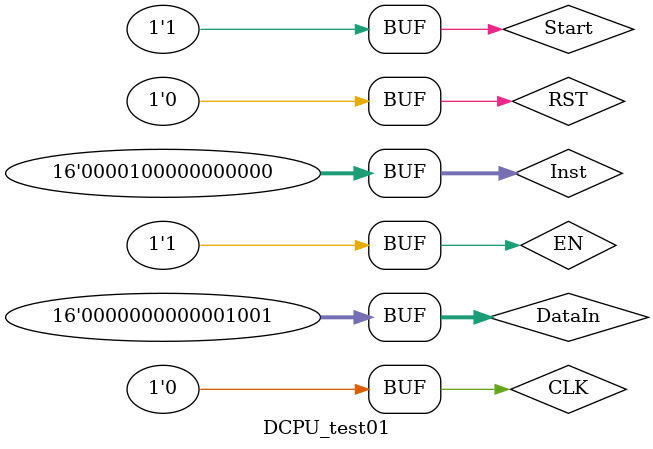
<source format=v>
`timescale 1ns / 1ps


module DCPU_test01;

  // === Instruction Definitions ===
  // General
  `define NOP   5'b00000
  `define HALT  5'b00001
  // Data Transfer
  `define LOAD  5'b00010
  `define STORE 5'b00011
  // Arithmetic
  `define CMP   5'b00100
  // Control
  `define BE    5'b00101
  `define JUMP  5'b00110
  `define JMPR  5'b00111
  `define BZ    5'b01000
  `define BNZ   5'b01001
  `define BN    5'b01010
  `define BNN   5'b01011
  `define BC    5'b01100
  `define BNC   5'b01101
  `define BB    5'b01110
  `define BS    5'b01111
  // Arithmetic
  `define ADD   5'b10000
  `define ADDI  5'b10001
  `define ADDC  5'b10010
  `define SUB   5'b10011
  `define SUBI  5'b10100
  `define SUBB  5'b10101
  `define INC   5'b10110
  // Data Transfer
  `define LDIL  5'b10111
  `define LDIH  5'b11000
  // Logic
  `define XOR   5'b11001
  `define AND   5'b11010
  `define OR    5'b11011
  // Shift
  `define SLL   5'b11100
  `define SLA   5'b11101
  `define SRL   5'b11110
  `define SRA   5'b11111
  
  // === General Registers ===
  `define AR0 3'h0
  `define BR0 4'h0
  `define AR1 3'h1
  `define BR1 4'h1
  `define AR2 3'h2
  `define BR2 4'h2
  `define AR3 3'h3
  `define BR3 4'h3
  `define AR4 3'h4
  `define BR4 4'h4
  `define AR5 3'h5
  `define BR5 4'h5
  `define AR6 3'h6
  `define BR6 4'h6
  `define AR7 3'h7
  `define BR7 4'h7
  

	// Inputs
	reg CLK;
	reg RST;
	reg EN;
	reg Start;
	reg [15:0] Inst;
	reg [15:0] DataIn;

	// Outputs
	wire [7:0] InstMemAddr;
	wire [7:0] DataMemAddr;
	wire DataMemWE;
	wire [15:0] DataOut;

	// Instantiate the Unit Under Test (UUT)
	DCPU uut (
		.CLK(CLK), 
		.RST(RST), 
		.EN(EN), 
		.Start(Start), 
		.InstMemAddr(InstMemAddr), 
		.Inst(Inst), 
		.DataMemAddr(DataMemAddr), 
		.DataIn(DataIn), 
		.DataMemWE(DataMemWE), 
		.DataOut(DataOut)
	);

	initial begin
		// Initialize Inputs
		CLK = 0;
		RST = 0;
		EN = 0;
		Start = 0;
		Inst = 0;
		DataIn = 0;

		// Global reset
    #100;
    RST <= 1'b1;
    #100;
    RST <= 1'b0;
    #100;
    EN    <= 1'b1;
    Start <= 1'b1;
    #100;
    Inst <= {`NOP,   3'h0, 4'h0, 4'h0}; #10; CLK <= 1; #10; CLK <= 0;
    //Inst <= {`NOP,   3'h0, 4'h0, 4'h0}; #10; CLK <= 1; #10; CLK <= 0;
    $display("CLK:InstMemAddr:Inst:DataMemAddr:DataIn:DataMemWE:DataOut");
    
		// Monitor configuration
    $monitor("%b  :%h         :%h:%h         :%h  :%b        :%h   ",
             uut.CLK,
             uut.InstMemAddr,
             uut.Inst,
             uut.DataMemAddr,
             uut.DataIn,
             uut.DataMemWE,
             uut.DataOut);
    
    // Test banch
    DataIn <= 16'h9; // DataMem[0x0000] == 0x0009
    Inst <= {`LOAD,  `AR0, `BR0, 4'h0}; #10; CLK <= 1; #10; CLK <= 0; // 0x0000 (D-Hazard)
    Inst <= {`LDIL,  `AR1, 4'h0, 4'h2}; #10; CLK <= 1; #10; CLK <= 0; // 0x0001 (D-Hazard)
    Inst <= {`ADD,   `AR5, `BR0, `BR1}; #10; CLK <= 1; #10; CLK <= 0; // 0x0002 
    Inst <= {`JUMP,  `AR0, 4'h2, 4'h0}; #10; CLK <= 1; #10; CLK <= 0; // 0x0003 (C-Hazard)
    Inst <= {`SUB,   `AR0, `BR0, `BR1}; #10; CLK <= 1; #10; CLK <= 0; // 0x0004 (Unexpected
    Inst <= {`SUB,   `AR0, `BR0, `BR1}; #10; CLK <= 1; #10; CLK <= 0; // 0x0005 Inst loaded
    Inst <= {`SUB,   `AR0, `BR0, `BR1}; #10; CLK <= 1; #10; CLK <= 0; // 0x0006 into CPU)
    
    Inst <= {`ADD,   `AR0, `BR0, `BR1}; #10; CLK <= 1; #10; CLK <= 0; // 0x0020 (Branched)
    Inst <= {`STORE, `AR5, `BR2, 4'h0}; #10; CLK <= 1; #10; CLK <= 0; // 0x0021
    Inst <= {`STORE, `AR0, `BR2, 4'h1}; #10; CLK <= 1; #10; CLK <= 0; // 0x0022
    Inst <= {`NOP,   3'h0, 4'h0, 4'h0}; #10; CLK <= 1; #10; CLK <= 0; // 0x0023
    Inst <= {`NOP,   3'h0, 4'h0, 4'h0}; #10; CLK <= 1; #10; CLK <= 0; // 0x0024
    Inst <= {`NOP,   3'h0, 4'h0, 4'h0}; #10; CLK <= 1; #10; CLK <= 0; // 0x0025
    Inst <= {`NOP,   3'h0, 4'h0, 4'h0}; #10; CLK <= 1; #10; CLK <= 0; // 0x0026
    Inst <= {`NOP,   3'h0, 4'h0, 4'h0}; #10; CLK <= 1; #10; CLK <= 0; // 0x0027
    Inst <= {`HALT,  3'h0, 4'h0, 4'h0}; #10; CLK <= 1; #10; CLK <= 0; // 0x0028

	end
      
endmodule


</source>
